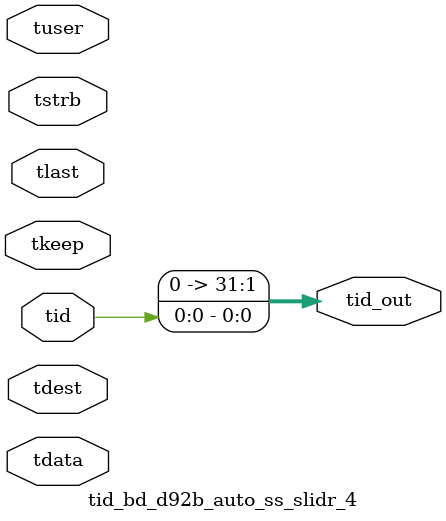
<source format=v>


`timescale 1ps/1ps

module tid_bd_d92b_auto_ss_slidr_4 #
(
parameter C_S_AXIS_TID_WIDTH   = 1,
parameter C_S_AXIS_TUSER_WIDTH = 0,
parameter C_S_AXIS_TDATA_WIDTH = 0,
parameter C_S_AXIS_TDEST_WIDTH = 0,
parameter C_M_AXIS_TID_WIDTH   = 32
)
(
input  [(C_S_AXIS_TID_WIDTH   == 0 ? 1 : C_S_AXIS_TID_WIDTH)-1:0       ] tid,
input  [(C_S_AXIS_TDATA_WIDTH == 0 ? 1 : C_S_AXIS_TDATA_WIDTH)-1:0     ] tdata,
input  [(C_S_AXIS_TUSER_WIDTH == 0 ? 1 : C_S_AXIS_TUSER_WIDTH)-1:0     ] tuser,
input  [(C_S_AXIS_TDEST_WIDTH == 0 ? 1 : C_S_AXIS_TDEST_WIDTH)-1:0     ] tdest,
input  [(C_S_AXIS_TDATA_WIDTH/8)-1:0 ] tkeep,
input  [(C_S_AXIS_TDATA_WIDTH/8)-1:0 ] tstrb,
input                                                                    tlast,
output [(C_M_AXIS_TID_WIDTH   == 0 ? 1 : C_M_AXIS_TID_WIDTH)-1:0       ] tid_out
);

assign tid_out = {tid[0:0]};

endmodule


</source>
